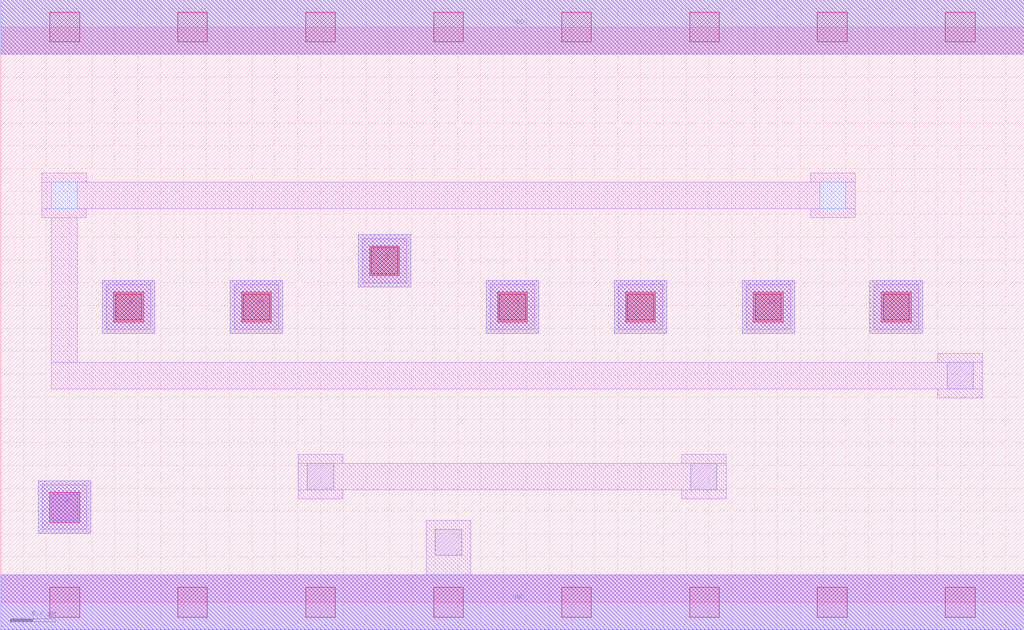
<source format=lef>
MACRO AAOAI222
 CLASS CORE ;
 FOREIGN AAOAI222 0 0 ;
 SIZE 8.96 BY 5.04 ;
 ORIGIN 0 0 ;
 SYMMETRY X Y R90 ;
 SITE unit ;
  PIN VDD
   DIRECTION INOUT ;
   USE POWER ;
   SHAPE ABUTMENT ;
    PORT
     CLASS CORE ;
       LAYER met1 ;
        RECT 0.00000000 4.80000000 8.96000000 5.28000000 ;
       LAYER met2 ;
        RECT 0.00000000 4.80000000 8.96000000 5.28000000 ;
    END
  END VDD

  PIN GND
   DIRECTION INOUT ;
   USE POWER ;
   SHAPE ABUTMENT ;
    PORT
     CLASS CORE ;
       LAYER met1 ;
        RECT 0.00000000 -0.24000000 8.96000000 0.24000000 ;
       LAYER met2 ;
        RECT 0.00000000 -0.24000000 8.96000000 0.24000000 ;
    END
  END GND

  PIN Y
   DIRECTION INOUT ;
   USE SIGNAL ;
   SHAPE ABUTMENT ;
    PORT
     CLASS CORE ;
       LAYER met2 ;
        RECT 0.33000000 0.60200000 0.79000000 1.06200000 ;
    END
  END Y

  PIN B1
   DIRECTION INOUT ;
   USE SIGNAL ;
   SHAPE ABUTMENT ;
    PORT
     CLASS CORE ;
       LAYER met2 ;
        RECT 6.49000000 2.35700000 6.95000000 2.81700000 ;
    END
  END B1

  PIN A
   DIRECTION INOUT ;
   USE SIGNAL ;
   SHAPE ABUTMENT ;
    PORT
     CLASS CORE ;
       LAYER met2 ;
        RECT 0.89000000 2.35700000 1.35000000 2.81700000 ;
    END
  END A

  PIN C1
   DIRECTION INOUT ;
   USE SIGNAL ;
   SHAPE ABUTMENT ;
    PORT
     CLASS CORE ;
       LAYER met2 ;
        RECT 4.25000000 2.35700000 4.71000000 2.81700000 ;
    END
  END C1

  PIN A1
   DIRECTION INOUT ;
   USE SIGNAL ;
   SHAPE ABUTMENT ;
    PORT
     CLASS CORE ;
       LAYER met2 ;
        RECT 2.01000000 2.35700000 2.47000000 2.81700000 ;
    END
  END A1

  PIN C
   DIRECTION INOUT ;
   USE SIGNAL ;
   SHAPE ABUTMENT ;
    PORT
     CLASS CORE ;
       LAYER met2 ;
        RECT 5.37000000 2.35700000 5.83000000 2.81700000 ;
    END
  END C

  PIN B
   DIRECTION INOUT ;
   USE SIGNAL ;
   SHAPE ABUTMENT ;
    PORT
     CLASS CORE ;
       LAYER met2 ;
        RECT 7.61000000 2.35700000 8.07000000 2.81700000 ;
       LAYER met2 ;
        RECT 3.13000000 2.76200000 3.59000000 3.22200000 ;
    END
  END B

 OBS
    LAYER polycont ;
     RECT 1.00500000 2.47200000 1.23500000 2.70200000 ;
     RECT 2.12500000 2.47200000 2.35500000 2.70200000 ;
     RECT 4.36500000 2.47200000 4.59500000 2.70200000 ;
     RECT 5.48500000 2.47200000 5.71500000 2.70200000 ;
     RECT 6.60500000 2.47200000 6.83500000 2.70200000 ;
     RECT 7.72500000 2.47200000 7.95500000 2.70200000 ;
     RECT 3.24500000 2.87700000 3.47500000 3.10700000 ;

    LAYER pdiffc ;
     RECT 0.44000000 3.45000000 0.67000000 3.68000000 ;
     RECT 7.17000000 3.45000000 7.40000000 3.68000000 ;

    LAYER ndiffc ;
     RECT 3.80500000 0.41000000 4.03500000 0.64000000 ;
     RECT 0.44500000 0.71700000 0.67500000 0.94700000 ;
     RECT 2.68500000 0.98700000 2.91500000 1.21700000 ;
     RECT 6.04000000 0.98700000 6.27000000 1.21700000 ;
     RECT 8.28500000 1.87000000 8.51500000 2.10000000 ;

    LAYER met1 ;
     RECT 0.00000000 -0.24000000 8.96000000 0.24000000 ;
     RECT 3.72500000 0.24000000 4.11500000 0.72000000 ;
     RECT 0.36500000 0.63700000 0.75500000 1.02700000 ;
     RECT 2.60500000 0.90700000 2.99500000 0.98700000 ;
     RECT 5.96000000 0.90700000 6.35000000 0.98700000 ;
     RECT 2.60500000 0.98700000 6.35000000 1.21700000 ;
     RECT 2.60500000 1.21700000 2.99500000 1.29700000 ;
     RECT 5.96000000 1.21700000 6.35000000 1.29700000 ;
     RECT 0.92500000 2.39200000 1.31500000 2.78200000 ;
     RECT 2.04500000 2.39200000 2.43500000 2.78200000 ;
     RECT 4.28500000 2.39200000 4.67500000 2.78200000 ;
     RECT 5.40500000 2.39200000 5.79500000 2.78200000 ;
     RECT 6.52500000 2.39200000 6.91500000 2.78200000 ;
     RECT 7.64500000 2.39200000 8.03500000 2.78200000 ;
     RECT 3.16500000 2.79700000 3.55500000 3.18700000 ;
     RECT 8.20500000 1.79000000 8.59500000 1.87000000 ;
     RECT 0.44000000 1.87000000 8.59500000 2.10000000 ;
     RECT 8.20500000 2.10000000 8.59500000 2.18000000 ;
     RECT 0.44000000 2.10000000 0.67000000 3.37000000 ;
     RECT 0.36000000 3.37000000 0.75000000 3.45000000 ;
     RECT 7.09000000 3.37000000 7.48000000 3.45000000 ;
     RECT 0.36000000 3.45000000 7.48000000 3.68000000 ;
     RECT 0.36000000 3.68000000 0.75000000 3.76000000 ;
     RECT 7.09000000 3.68000000 7.48000000 3.76000000 ;
     RECT 0.00000000 4.80000000 8.96000000 5.28000000 ;

    LAYER via1 ;
     RECT 0.43000000 -0.13000000 0.69000000 0.13000000 ;
     RECT 1.55000000 -0.13000000 1.81000000 0.13000000 ;
     RECT 2.67000000 -0.13000000 2.93000000 0.13000000 ;
     RECT 3.79000000 -0.13000000 4.05000000 0.13000000 ;
     RECT 4.91000000 -0.13000000 5.17000000 0.13000000 ;
     RECT 6.03000000 -0.13000000 6.29000000 0.13000000 ;
     RECT 7.15000000 -0.13000000 7.41000000 0.13000000 ;
     RECT 8.27000000 -0.13000000 8.53000000 0.13000000 ;
     RECT 0.43000000 0.70200000 0.69000000 0.96200000 ;
     RECT 0.99000000 2.45700000 1.25000000 2.71700000 ;
     RECT 2.11000000 2.45700000 2.37000000 2.71700000 ;
     RECT 4.35000000 2.45700000 4.61000000 2.71700000 ;
     RECT 5.47000000 2.45700000 5.73000000 2.71700000 ;
     RECT 6.59000000 2.45700000 6.85000000 2.71700000 ;
     RECT 7.71000000 2.45700000 7.97000000 2.71700000 ;
     RECT 3.23000000 2.86200000 3.49000000 3.12200000 ;
     RECT 0.43000000 4.91000000 0.69000000 5.17000000 ;
     RECT 1.55000000 4.91000000 1.81000000 5.17000000 ;
     RECT 2.67000000 4.91000000 2.93000000 5.17000000 ;
     RECT 3.79000000 4.91000000 4.05000000 5.17000000 ;
     RECT 4.91000000 4.91000000 5.17000000 5.17000000 ;
     RECT 6.03000000 4.91000000 6.29000000 5.17000000 ;
     RECT 7.15000000 4.91000000 7.41000000 5.17000000 ;
     RECT 8.27000000 4.91000000 8.53000000 5.17000000 ;

    LAYER met2 ;
     RECT 0.00000000 -0.24000000 8.96000000 0.24000000 ;
     RECT 0.33000000 0.60200000 0.79000000 1.06200000 ;
     RECT 0.89000000 2.35700000 1.35000000 2.81700000 ;
     RECT 2.01000000 2.35700000 2.47000000 2.81700000 ;
     RECT 4.25000000 2.35700000 4.71000000 2.81700000 ;
     RECT 5.37000000 2.35700000 5.83000000 2.81700000 ;
     RECT 6.49000000 2.35700000 6.95000000 2.81700000 ;
     RECT 7.61000000 2.35700000 8.07000000 2.81700000 ;
     RECT 3.13000000 2.76200000 3.59000000 3.22200000 ;
     RECT 0.00000000 4.80000000 8.96000000 5.28000000 ;

 END
END AAOAI222

</source>
